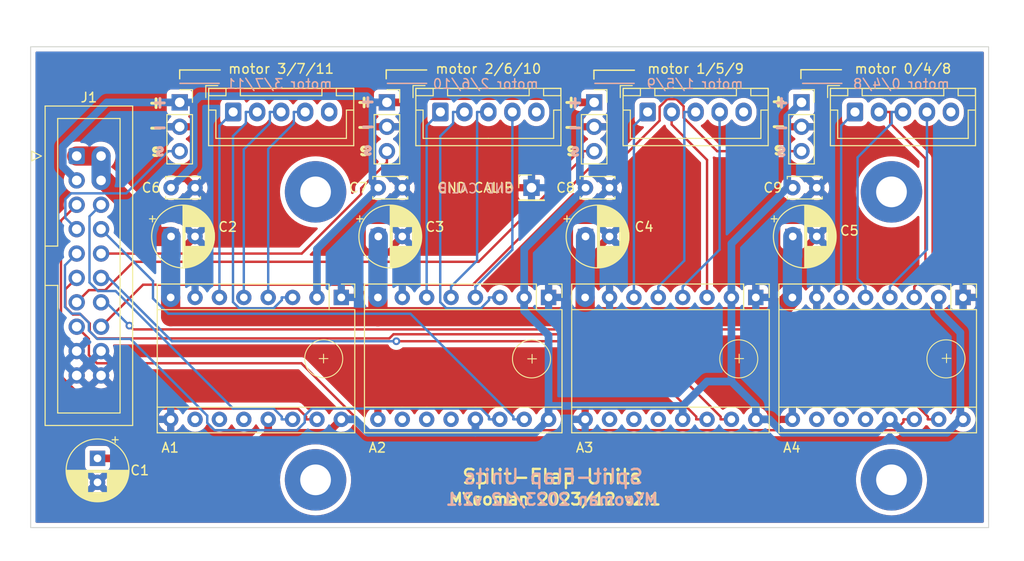
<source format=kicad_pcb>
(kicad_pcb (version 20240108) (generator "pcbnew") (generator_version "8.0")
  (layers (0 "F.Cu" signal) (31 "B.Cu" signal) (34 "B.Paste" user) (35 "F.Paste" user) (36 "B.SilkS" user "B.Silkscreen") (37 "F.SilkS" user "F.Silkscreen") (38 "B.Mask" user) (39 "F.Mask" user) (44 "Edge.Cuts" user))
  (net 0 "")
  (net 1 "GND")
  (net 2 "+3.3V")
  (net 3 "Net-(A1-1B)")
  (net 4 "Net-(A1-1A)")
  (net 5 "Net-(A1-2A)")
  (net 6 "Net-(A1-2B)")
  (net 7 "+9V")
  (net 8 "/en_03")
  (net 12 "/step_00")
  (net 13 "Net-(A2-1B)")
  (net 14 "Net-(A2-1A)")
  (net 15 "Net-(A2-2A)")
  (net 16 "Net-(A2-2B)")
  (net 17 "/en_02")
  (net 21 "/step_01")
  (net 22 "Net-(A3-1B)")
  (net 23 "Net-(A3-1A)")
  (net 24 "Net-(A3-2A)")
  (net 25 "Net-(A3-2B)")
  (net 26 "/en_01")
  (net 30 "/step_02")
  (net 31 "Net-(A4-1B)")
  (net 32 "Net-(A4-1A)")
  (net 33 "Net-(A4-2A)")
  (net 34 "Net-(A4-2B)")
  (net 35 "/en_00")
  (net 39 "/step_03")
  (net 40 "/sens_00")
  (net 41 "/sens_01")
  (net 42 "/sens_02")
  (net 43 "/sens_03")
  (footprint "User:A4988_Stepper_Module" (layer "F.Cu") (at 176.53 104.648 -90)
    (property "Reference" "A4" (at 15.65 17.8333 0) (layer "F.SilkS"))
    (property "Value" "A4988")
    (pad "1" thru_hole rect (at 0 0 270) (size 1.6 1.6) (drill 0.8) (layers "*.Cu" "*.Mask") (net 1 "GND"))
    (pad "2" thru_hole oval (at 0 2.54 270) (size 1.6 1.6) (drill 0.8) (layers "*.Cu" "*.Mask") (net 2 "+3.3V"))
    (pad "3" thru_hole oval (at 0 5.08 270) (size 1.6 1.6) (drill 0.8) (layers "*.Cu" "*.Mask") (net 31 "Net-(A4-1B)"))
    (pad "4" thru_hole oval (at 0 7.62 270) (size 1.6 1.6) (drill 0.8) (layers "*.Cu" "*.Mask") (net 32 "Net-(A4-1A)"))
    (pad "5" thru_hole oval (at 0 10.16 270) (size 1.6 1.6) (drill 0.8) (layers "*.Cu" "*.Mask") (net 33 "Net-(A4-2A)"))
    (pad "6" thru_hole oval (at 0 12.7 270) (size 1.6 1.6) (drill 0.8) (layers "*.Cu" "*.Mask") (net 34 "Net-(A4-2B)"))
    (pad "7" thru_hole oval (at 0 15.24 270) (size 1.6 1.6) (drill 0.8) (layers "*.Cu" "*.Mask") (net 1 "GND"))
    (pad "8" thru_hole oval (at 0 17.78 270) (size 1.6 1.6) (drill 0.8) (layers "*.Cu" "*.Mask") (net 7 "+9V"))
    (pad "9" thru_hole oval (at 12.7 17.78 270) (size 1.6 1.6) (drill 0.8) (layers "*.Cu" "*.Mask") (net 1 "GND"))
    (pad "10" thru_hole oval (at 12.7 15.24 270) (size 1.6 1.6) (drill 0.8) (layers "*.Cu" "*.Mask"))
    (pad "11" thru_hole oval (at 12.7 12.7 270) (size 1.6 1.6) (drill 0.8) (layers "*.Cu" "*.Mask"))
    (pad "12" thru_hole oval (at 12.7 10.16 270) (size 1.6 1.6) (drill 0.8) (layers "*.Cu" "*.Mask"))
    (pad "13" thru_hole oval (at 12.7 7.62 270) (size 1.6 1.6) (drill 0.8) (layers "*.Cu" "*.Mask") (net 2 "+3.3V"))
    (pad "14" thru_hole oval (at 12.7 5.08 270) (size 1.6 1.6) (drill 0.8) (layers "*.Cu" "*.Mask") (net 35 "/en_00"))
    (pad "15" thru_hole oval (at 12.7 2.54 270) (size 1.6 1.6) (drill 0.8) (layers "*.Cu" "*.Mask") (net 12 "/step_00"))
    (pad "16" thru_hole oval (at 12.7 0 270) (size 1.6 1.6) (drill 0.8) (layers "*.Cu" "*.Mask") (net 2 "+3.3V"))
  )
  (footprint "Connector_JST:JST_XH_B5B-XH-A_1x05_P2.50mm_Vertical" (layer "F.Cu") (at 100.49 85.328)
    (property "Reference" "J4" (hide yes))
    (property "Value" "motor 3/7/11" (at 5 -4.5 0) (layer "F.SilkS"))
    (pad "1" thru_hole roundrect (at 0 0) (size 1.7 1.95) (drill 0.95) (layers "*.Cu" "*.Mask") (roundrect_rratio 0.1470588235) (net 6 "Net-(A1-2B)"))
    (pad "2" thru_hole oval (at 2.5 0) (size 1.7 1.95) (drill 0.95) (layers "*.Cu" "*.Mask") (net 3 "Net-(A1-1B)"))
    (pad "3" thru_hole oval (at 5 0) (size 1.7 1.95) (drill 0.95) (layers "*.Cu" "*.Mask") (net 5 "Net-(A1-2A)"))
    (pad "4" thru_hole oval (at 7.5 0) (size 1.7 1.95) (drill 0.95) (layers "*.Cu" "*.Mask") (net 4 "Net-(A1-1A)"))
    (pad "5" thru_hole oval (at 10 0) (size 1.7 1.95) (drill 0.95) (layers "*.Cu" "*.Mask"))
  )
  (footprint "Connector_PinSocket_2.54mm:PinSocket_1x03_P2.54mm_Vertical" (layer "F.Cu") (at 94.92 84.328)
    (property "Reference" "J3" (hide yes))
    (property "Value" "sens3")
    (pad "1" thru_hole rect (at 0 0) (size 1.7 1.7) (drill 1) (layers "*.Cu" "*.Mask") (net 2 "+3.3V"))
    (pad "2" thru_hole oval (at 0 2.54) (size 1.7 1.7) (drill 1) (layers "*.Cu" "*.Mask") (net 1 "GND"))
    (pad "3" thru_hole oval (at 0 5.08) (size 1.7 1.7) (drill 1) (layers "*.Cu" "*.Mask") (net 43 "/sens_03"))
  )
  (footprint "User:A4988_Stepper_Module" (layer "F.Cu") (at 111.76 104.648 -90)
    (property "Reference" "A1" (at 15.65 17.8333 0) (layer "F.SilkS"))
    (property "Value" "A4988")
    (pad "1" thru_hole rect (at 0 0 270) (size 1.6 1.6) (drill 0.8) (layers "*.Cu" "*.Mask") (net 1 "GND"))
    (pad "2" thru_hole oval (at 0 2.54 270) (size 1.6 1.6) (drill 0.8) (layers "*.Cu" "*.Mask") (net 2 "+3.3V"))
    (pad "3" thru_hole oval (at 0 5.08 270) (size 1.6 1.6) (drill 0.8) (layers "*.Cu" "*.Mask") (net 3 "Net-(A1-1B)"))
    (pad "4" thru_hole oval (at 0 7.62 270) (size 1.6 1.6) (drill 0.8) (layers "*.Cu" "*.Mask") (net 4 "Net-(A1-1A)"))
    (pad "5" thru_hole oval (at 0 10.16 270) (size 1.6 1.6) (drill 0.8) (layers "*.Cu" "*.Mask") (net 5 "Net-(A1-2A)"))
    (pad "6" thru_hole oval (at 0 12.7 270) (size 1.6 1.6) (drill 0.8) (layers "*.Cu" "*.Mask") (net 6 "Net-(A1-2B)"))
    (pad "7" thru_hole oval (at 0 15.24 270) (size 1.6 1.6) (drill 0.8) (layers "*.Cu" "*.Mask") (net 1 "GND"))
    (pad "8" thru_hole oval (at 0 17.78 270) (size 1.6 1.6) (drill 0.8) (layers "*.Cu" "*.Mask") (net 7 "+9V"))
    (pad "9" thru_hole oval (at 12.7 17.78 270) (size 1.6 1.6) (drill 0.8) (layers "*.Cu" "*.Mask") (net 1 "GND"))
    (pad "10" thru_hole oval (at 12.7 15.24 270) (size 1.6 1.6) (drill 0.8) (layers "*.Cu" "*.Mask"))
    (pad "11" thru_hole oval (at 12.7 12.7 270) (size 1.6 1.6) (drill 0.8) (layers "*.Cu" "*.Mask"))
    (pad "12" thru_hole oval (at 12.7 10.16 270) (size 1.6 1.6) (drill 0.8) (layers "*.Cu" "*.Mask"))
    (pad "13" thru_hole oval (at 12.7 7.62 270) (size 1.6 1.6) (drill 0.8) (layers "*.Cu" "*.Mask") (net 2 "+3.3V"))
    (pad "14" thru_hole oval (at 12.7 5.08 270) (size 1.6 1.6) (drill 0.8) (layers "*.Cu" "*.Mask") (net 8 "/en_03"))
    (pad "15" thru_hole oval (at 12.7 2.54 270) (size 1.6 1.6) (drill 0.8) (layers "*.Cu" "*.Mask") (net 39 "/step_03"))
    (pad "16" thru_hole oval (at 12.7 0 270) (size 1.6 1.6) (drill 0.8) (layers "*.Cu" "*.Mask") (net 2 "+3.3V"))
  )
  (footprint "Capacitor_THT:C_Disc_D3.4mm_W2.1mm_P2.50mm" (layer "F.Cu") (at 94.02 93.218)
    (property "Reference" "C6" (at -2.072 0 0) (layer "F.SilkS"))
    (property "Value" "100nF" (hide yes))
    (pad "1" thru_hole circle (at 0 0) (size 1.6 1.6) (drill 0.8) (layers "*.Cu" "*.Mask") (net 2 "+3.3V"))
    (pad "2" thru_hole circle (at 2.5 0) (size 1.6 1.6) (drill 0.8) (layers "*.Cu" "*.Mask") (net 1 "GND"))
  )
  (footprint "MountingHole:MountingHole_3.2mm_M3_Pad" (layer "F.Cu") (at 109.075 123.65)
    (property "Reference" "REF3" (hide yes))
    (property "Value" "MountingHole_3.2mm_M3_Pad")
    (pad "1" thru_hole circle (at 0 0) (size 6.4 6.4) (drill 3.2) (layers "*.Cu" "*.Mask"))
  )
  (footprint "Capacitor_THT:CP_Radial_D6.3mm_P2.50mm" (layer "F.Cu") (at 158.79 98.298)
    (property "Reference" "C5" (at 5.9 -0.6 0) (layer "F.SilkS"))
    (property "Value" "100uF")
    (pad "1" thru_hole rect (at 0 0) (size 1.6 1.6) (drill 0.8) (layers "*.Cu" "*.Mask") (net 7 "+9V"))
    (pad "2" thru_hole circle (at 2.5 0) (size 1.6 1.6) (drill 0.8) (layers "*.Cu" "*.Mask") (net 1 "GND"))
  )
  (footprint "Capacitor_THT:CP_Radial_D6.3mm_P2.50mm" (layer "F.Cu") (at 94.02 98.298)
    (property "Reference" "C2" (at 5.9 -1 0) (layer "F.SilkS"))
    (property "Value" "100uF" (hide yes))
    (pad "1" thru_hole rect (at 0 0) (size 1.6 1.6) (drill 0.8) (layers "*.Cu" "*.Mask") (net 7 "+9V"))
    (pad "2" thru_hole circle (at 2.5 0) (size 1.6 1.6) (drill 0.8) (layers "*.Cu" "*.Mask") (net 1 "GND"))
  )
  (footprint "Capacitor_THT:CP_Radial_D6.3mm_P2.50mm" (layer "F.Cu") (at 86.36 121.412 -90)
    (property "Reference" "C1" (at 1.25 -4.4 180) (layer "F.SilkS"))
    (property "Value" "100uF")
    (pad "1" thru_hole rect (at 0 0 270) (size 1.6 1.6) (drill 0.8) (layers "*.Cu" "*.Mask") (net 2 "+3.3V"))
    (pad "2" thru_hole circle (at 2.5 0 270) (size 1.6 1.6) (drill 0.8) (layers "*.Cu" "*.Mask") (net 1 "GND"))
  )
  (footprint "Connector_PinSocket_2.54mm:PinSocket_1x03_P2.54mm_Vertical" (layer "F.Cu") (at 138.1 84.328)
    (property "Reference" "J7" (hide yes))
    (property "Value" "sens1")
    (pad "1" thru_hole rect (at 0 0) (size 1.7 1.7) (drill 1) (layers "*.Cu" "*.Mask") (net 2 "+3.3V"))
    (pad "2" thru_hole oval (at 0 2.54) (size 1.7 1.7) (drill 1) (layers "*.Cu" "*.Mask") (net 1 "GND"))
    (pad "3" thru_hole oval (at 0 5.08) (size 1.7 1.7) (drill 1) (layers "*.Cu" "*.Mask") (net 41 "/sens_01"))
  )
  (footprint "Connector_PinSocket_2.54mm:PinSocket_1x03_P2.54mm_Vertical" (layer "F.Cu") (at 116.51 84.328)
    (property "Reference" "J5" (hide yes))
    (property "Value" "sens2")
    (pad "1" thru_hole rect (at 0 0) (size 1.7 1.7) (drill 1) (layers "*.Cu" "*.Mask") (net 2 "+3.3V"))
    (pad "2" thru_hole oval (at 0 2.54) (size 1.7 1.7) (drill 1) (layers "*.Cu" "*.Mask") (net 1 "GND"))
    (pad "3" thru_hole oval (at 0 5.08) (size 1.7 1.7) (drill 1) (layers "*.Cu" "*.Mask") (net 42 "/sens_02"))
  )
  (footprint "Capacitor_THT:C_Disc_D3.4mm_W2.1mm_P2.50mm" (layer "F.Cu") (at 158.79 93.218)
    (property "Reference" "C9" (at -2.072 0 0) (layer "F.SilkS"))
    (property "Value" "100nF" (hide yes))
    (pad "1" thru_hole circle (at 0 0) (size 1.6 1.6) (drill 0.8) (layers "*.Cu" "*.Mask") (net 2 "+3.3V"))
    (pad "2" thru_hole circle (at 2.5 0) (size 1.6 1.6) (drill 0.8) (layers "*.Cu" "*.Mask") (net 1 "GND"))
  )
  (footprint "Connector_IDC:IDC-Header_2x10_P2.54mm_Vertical" (layer "F.Cu") (at 84.19 89.916)
    (property "Reference" "J1" (at 1.27 -6.1 0) (layer "F.SilkS"))
    (property "Value" "Units 0-3")
    (pad "1" thru_hole roundrect (at 0 0) (size 1.7 1.7) (drill 1) (layers "*.Cu" "*.Mask") (roundrect_rratio 0.1470588235) (net 7 "+9V"))
    (pad "2" thru_hole circle (at 2.54 0) (size 1.7 1.7) (drill 1) (layers "*.Cu" "*.Mask") (net 7 "+9V"))
    (pad "3" thru_hole circle (at 0 2.54) (size 1.7 1.7) (drill 1) (layers "*.Cu" "*.Mask") (net 2 "+3.3V"))
    (pad "4" thru_hole circle (at 2.54 2.54) (size 1.7 1.7) (drill 1) (layers "*.Cu" "*.Mask") (net 7 "+9V"))
    (pad "5" thru_hole circle (at 0 5.08) (size 1.7 1.7) (drill 1) (layers "*.Cu" "*.Mask") (net 39 "/step_03"))
    (pad "6" thru_hole circle (at 2.54 5.08) (size 1.7 1.7) (drill 1) (layers "*.Cu" "*.Mask") (net 8 "/en_03"))
    (pad "7" thru_hole circle (at 0 7.62) (size 1.7 1.7) (drill 1) (layers "*.Cu" "*.Mask") (net 43 "/sens_03"))
    (pad "8" thru_hole circle (at 2.54 7.62) (size 1.7 1.7) (drill 1) (layers "*.Cu" "*.Mask") (net 30 "/step_02"))
    (pad "9" thru_hole circle (at 0 10.16) (size 1.7 1.7) (drill 1) (layers "*.Cu" "*.Mask") (net 17 "/en_02"))
    (pad "10" thru_hole circle (at 2.54 10.16) (size 1.7 1.7) (drill 1) (layers "*.Cu" "*.Mask") (net 42 "/sens_02"))
    (pad "11" thru_hole circle (at 0 12.7) (size 1.7 1.7) (drill 1) (layers "*.Cu" "*.Mask") (net 21 "/step_01"))
    (pad "12" thru_hole circle (at 2.54 12.7) (size 1.7 1.7) (drill 1) (layers "*.Cu" "*.Mask") (net 26 "/en_01"))
    (pad "13" thru_hole circle (at 0 15.24) (size 1.7 1.7) (drill 1) (layers "*.Cu" "*.Mask") (net 41 "/sens_01"))
    (pad "14" thru_hole circle (at 2.54 15.24) (size 1.7 1.7) (drill 1) (layers "*.Cu" "*.Mask") (net 12 "/step_00"))
    (pad "15" thru_hole circle (at 0 17.78) (size 1.7 1.7) (drill 1) (layers "*.Cu" "*.Mask") (net 35 "/en_00"))
    (pad "16" thru_hole circle (at 2.54 17.78) (size 1.7 1.7) (drill 1) (layers "*.Cu" "*.Mask") (net 40 "/sens_00"))
    (pad "17" thru_hole circle (at 0 20.32) (size 1.7 1.7) (drill 1) (layers "*.Cu" "*.Mask") (net 1 "GND"))
    (pad "18" thru_hole circle (at 2.54 20.32) (size 1.7 1.7) (drill 1) (layers "*.Cu" "*.Mask") (net 1 "GND"))
    (pad "19" thru_hole circle (at 0 22.86) (size 1.7 1.7) (drill 1) (layers "*.Cu" "*.Mask") (net 1 "GND"))
    (pad "20" thru_hole circle (at 2.54 22.86) (size 1.7 1.7) (drill 1) (layers "*.Cu" "*.Mask") (net 1 "GND"))
  )
  (footprint "MountingHole:MountingHole_3.2mm_M3_Pad" (layer "F.Cu") (at 169.075 123.65)
    (property "Reference" "REF4" (hide yes))
    (property "Value" "MountingHole_3.2mm_M3_Pad")
    (pad "1" thru_hole circle (at 0 0) (size 6.4 6.4) (drill 3.2) (layers "*.Cu" "*.Mask"))
  )
  (footprint "Capacitor_THT:C_Disc_D3.4mm_W2.1mm_P2.50mm" (layer "F.Cu") (at 137.2 93.218)
    (property "Reference" "C8" (at -2.072 0 0) (layer "F.SilkS"))
    (property "Value" "100nF" (hide yes))
    (pad "1" thru_hole circle (at 0 0) (size 1.6 1.6) (drill 0.8) (layers "*.Cu" "*.Mask") (net 2 "+3.3V"))
    (pad "2" thru_hole circle (at 2.5 0) (size 1.6 1.6) (drill 0.8) (layers "*.Cu" "*.Mask") (net 1 "GND"))
  )
  (footprint "MountingHole:MountingHole_3.2mm_M3_Pad" (layer "F.Cu") (at 169.075 93.65)
    (property "Reference" "REF2" (hide yes))
    (property "Value" "MountingHole_3.2mm_M3_Pad")
    (pad "1" thru_hole circle (at 0 0) (size 6.4 6.4) (drill 3.2) (layers "*.Cu" "*.Mask"))
  )
  (footprint "Capacitor_THT:CP_Radial_D6.3mm_P2.50mm" (layer "F.Cu") (at 115.61 98.298)
    (property "Reference" "C3" (at 5.9 -1 0) (layer "F.SilkS"))
    (property "Value" "100uF")
    (pad "1" thru_hole rect (at 0 0) (size 1.6 1.6) (drill 0.8) (layers "*.Cu" "*.Mask") (net 7 "+9V"))
    (pad "2" thru_hole circle (at 2.5 0) (size 1.6 1.6) (drill 0.8) (layers "*.Cu" "*.Mask") (net 1 "GND"))
  )
  (footprint "User:A4988_Stepper_Module" (layer "F.Cu") (at 133.35 104.648 -90)
    (property "Reference" "A2" (at 15.65 17.8333 0) (layer "F.SilkS"))
    (property "Value" "A4988")
    (pad "1" thru_hole rect (at 0 0 270) (size 1.6 1.6) (drill 0.8) (layers "*.Cu" "*.Mask") (net 1 "GND"))
    (pad "2" thru_hole oval (at 0 2.54 270) (size 1.6 1.6) (drill 0.8) (layers "*.Cu" "*.Mask") (net 2 "+3.3V"))
    (pad "3" thru_hole oval (at 0 5.08 270) (size 1.6 1.6) (drill 0.8) (layers "*.Cu" "*.Mask") (net 13 "Net-(A2-1B)"))
    (pad "4" thru_hole oval (at 0 7.62 270) (size 1.6 1.6) (drill 0.8) (layers "*.Cu" "*.Mask") (net 14 "Net-(A2-1A)"))
    (pad "5" thru_hole oval (at 0 10.16 270) (size 1.6 1.6) (drill 0.8) (layers "*.Cu" "*.Mask") (net 15 "Net-(A2-2A)"))
    (pad "6" thru_hole oval (at 0 12.7 270) (size 1.6 1.6) (drill 0.8) (layers "*.Cu" "*.Mask") (net 16 "Net-(A2-2B)"))
    (pad "7" thru_hole oval (at 0 15.24 270) (size 1.6 1.6) (drill 0.8) (layers "*.Cu" "*.Mask") (net 1 "GND"))
    (pad "8" thru_hole oval (at 0 17.78 270) (size 1.6 1.6) (drill 0.8) (layers "*.Cu" "*.Mask") (net 7 "+9V"))
    (pad "9" thru_hole oval (at 12.7 17.78 270) (size 1.6 1.6) (drill 0.8) (layers "*.Cu" "*.Mask") (net 1 "GND"))
    (pad "10" thru_hole oval (at 12.7 15.24 270) (size 1.6 1.6) (drill 0.8) (layers "*.Cu" "*.Mask"))
    (pad "11" thru_hole oval (at 12.7 12.7 270) (size 1.6 1.6) (drill 0.8) (layers "*.Cu" "*.Mask"))
    (pad "12" thru_hole oval (at 12.7 10.16 270) (size 1.6 1.6) (drill 0.8) (layers "*.Cu" "*.Mask"))
    (pad "13" thru_hole oval (at 12.7 7.62 270) (size 1.6 1.6) (drill 0.8) (layers "*.Cu" "*.Mask") (net 2 "+3.3V"))
    (pad "14" thru_hole oval (at 12.7 5.08 270) (size 1.6 1.6) (drill 0.8) (layers "*.Cu" "*.Mask") (net 17 "/en_02"))
    (pad "15" thru_hole oval (at 12.7 2.54 270) (size 1.6 1.6) (drill 0.8) (layers "*.Cu" "*.Mask") (net 30 "/step_02"))
    (pad "16" thru_hole oval (at 12.7 0 270) (size 1.6 1.6) (drill 0.8) (layers "*.Cu" "*.Mask") (net 2 "+3.3V"))
  )
  (footprint "Capacitor_THT:C_Disc_D3.4mm_W2.1mm_P2.50mm" (layer "F.Cu") (at 115.61 93.218)
    (property "Reference" "C7" (at -2.072 0 0) (layer "F.SilkS"))
    (property "Value" "100nF" (hide yes))
    (pad "1" thru_hole circle (at 0 0) (size 1.6 1.6) (drill 0.8) (layers "*.Cu" "*.Mask") (net 2 "+3.3V"))
    (pad "2" thru_hole circle (at 2.5 0) (size 1.6 1.6) (drill 0.8) (layers "*.Cu" "*.Mask") (net 1 "GND"))
  )
  (footprint "MountingHole:MountingHole_3.2mm_M3_Pad" (layer "F.Cu") (at 109.075 93.65)
    (property "Reference" "REF1" (hide yes))
    (property "Value" "MountingHole_3.2mm_M3_Pad")
    (pad "1" thru_hole circle (at 0 0) (size 6.4 6.4) (drill 3.2) (layers "*.Cu" "*.Mask"))
  )
  (footprint "User:A4988_Stepper_Module" (layer "F.Cu") (at 154.94 104.648 -90)
    (property "Reference" "A3" (at 15.65 17.8333 0) (layer "F.SilkS"))
    (property "Value" "A4988")
    (pad "1" thru_hole rect (at 0 0 270) (size 1.6 1.6) (drill 0.8) (layers "*.Cu" "*.Mask") (net 1 "GND"))
    (pad "2" thru_hole oval (at 0 2.54 270) (size 1.6 1.6) (drill 0.8) (layers "*.Cu" "*.Mask") (net 2 "+3.3V"))
    (pad "3" thru_hole oval (at 0 5.08 270) (size 1.6 1.6) (drill 0.8) (layers "*.Cu" "*.Mask") (net 22 "Net-(A3-1B)"))
    (pad "4" thru_hole oval (at 0 7.62 270) (size 1.6 1.6) (drill 0.8) (layers "*.Cu" "*.Mask") (net 23 "Net-(A3-1A)"))
    (pad "5" thru_hole oval (at 0 10.16 270) (size 1.6 1.6) (drill 0.8) (layers "*.Cu" "*.Mask") (net 24 "Net-(A3-2A)"))
    (pad "6" thru_hole oval (at 0 12.7 270) (size 1.6 1.6) (drill 0.8) (layers "*.Cu" "*.Mask") (net 25 "Net-(A3-2B)"))
    (pad "7" thru_hole oval (at 0 15.24 270) (size 1.6 1.6) (drill 0.8) (layers "*.Cu" "*.Mask") (net 1 "GND"))
    (pad "8" thru_hole oval (at 0 17.78 270) (size 1.6 1.6) (drill 0.8) (layers "*.Cu" "*.Mask") (net 7 "+9V"))
    (pad "9" thru_hole oval (at 12.7 17.78 270) (size 1.6 1.6) (drill 0.8) (layers "*.Cu" "*.Mask") (net 1 "GND"))
    (pad "10" thru_hole oval (at 12.7 15.24 270) (size 1.6 1.6) (drill 0.8) (layers "*.Cu" "*.Mask"))
    (pad "11" thru_hole oval (at 12.7 12.7 270) (size 1.6 1.6) (drill 0.8) (layers "*.Cu" "*.Mask"))
    (pad "12" thru_hole oval (at 12.7 10.16 270) (size 1.6 1.6) (drill 0.8) (layers "*.Cu" "*.Mask"))
    (pad "13" thru_hole oval (at 12.7 7.62 270) (size 1.6 1.6) (drill 0.8) (layers "*.Cu" "*.Mask") (net 2 "+3.3V"))
    (pad "14" thru_hole oval (at 12.7 5.08 270) (size 1.6 1.6) (drill 0.8) (layers "*.Cu" "*.Mask") (net 26 "/en_01"))
    (pad "15" thru_hole oval (at 12.7 2.54 270) (size 1.6 1.6) (drill 0.8) (layers "*.Cu" "*.Mask") (net 21 "/step_01"))
    (pad "16" thru_hole oval (at 12.7 0 270) (size 1.6 1.6) (drill 0.8) (layers "*.Cu" "*.Mask") (net 2 "+3.3V"))
  )
  (footprint "Connector_JST:JST_XH_B5B-XH-A_1x05_P2.50mm_Vertical" (layer "F.Cu") (at 143.67 85.328)
    (property "Reference" "J8" (hide yes))
    (property "Value" "motor 1/5/9" (at 5 -4.5 0) (layer "F.SilkS"))
    (pad "1" thru_hole roundrect (at 0 0) (size 1.7 1.95) (drill 0.95) (layers "*.Cu" "*.Mask") (roundrect_rratio 0.1470588235) (net 25 "Net-(A3-2B)"))
    (pad "2" thru_hole oval (at 2.5 0) (size 1.7 1.95) (drill 0.95) (layers "*.Cu" "*.Mask") (net 22 "Net-(A3-1B)"))
    (pad "3" thru_hole oval (at 5 0) (size 1.7 1.95) (drill 0.95) (layers "*.Cu" "*.Mask") (net 24 "Net-(A3-2A)"))
    (pad "4" thru_hole oval (at 7.5 0) (size 1.7 1.95) (drill 0.95) (layers "*.Cu" "*.Mask") (net 23 "Net-(A3-1A)"))
    (pad "5" thru_hole oval (at 10 0) (size 1.7 1.95) (drill 0.95) (layers "*.Cu" "*.Mask"))
  )
  (footprint "Connector_JST:JST_XH_B5B-XH-A_1x05_P2.50mm_Vertical" (layer "F.Cu") (at 165.27 85.328)
    (property "Reference" "J10" (hide yes))
    (property "Value" "motor 0/4/8" (at 5 -4.5 0) (layer "F.SilkS"))
    (pad "1" thru_hole roundrect (at 0 0) (size 1.7 1.95) (drill 0.95) (layers "*.Cu" "*.Mask") (roundrect_rratio 0.1470588235) (net 34 "Net-(A4-2B)"))
    (pad "2" thru_hole oval (at 2.5 0) (size 1.7 1.95) (drill 0.95) (layers "*.Cu" "*.Mask") (net 31 "Net-(A4-1B)"))
    (pad "3" thru_hole oval (at 5 0) (size 1.7 1.95) (drill 0.95) (layers "*.Cu" "*.Mask") (net 33 "Net-(A4-2A)"))
    (pad "4" thru_hole oval (at 7.5 0) (size 1.7 1.95) (drill 0.95) (layers "*.Cu" "*.Mask") (net 32 "Net-(A4-1A)"))
    (pad "5" thru_hole oval (at 10 0) (size 1.7 1.95) (drill 0.95) (layers "*.Cu" "*.Mask"))
  )
  (footprint "Connector_PinSocket_2.54mm:PinSocket_1x03_P2.54mm_Vertical" (layer "F.Cu") (at 159.7 84.328)
    (property "Reference" "J9" (hide yes))
    (property "Value" "sens0")
    (pad "1" thru_hole rect (at 0 0) (size 1.7 1.7) (drill 1) (layers "*.Cu" "*.Mask") (net 2 "+3.3V"))
    (pad "2" thru_hole oval (at 0 2.54) (size 1.7 1.7) (drill 1) (layers "*.Cu" "*.Mask") (net 1 "GND"))
    (pad "3" thru_hole oval (at 0 5.08) (size 1.7 1.7) (drill 1) (layers "*.Cu" "*.Mask") (net 40 "/sens_00"))
  )
  (footprint "Connector_JST:JST_XH_B5B-XH-A_1x05_P2.50mm_Vertical" (layer "F.Cu") (at 122.08 85.328)
    (property "Reference" "J6" (hide yes))
    (property "Value" "motor 2/6/10" (at 5 -4.5 0) (layer "F.SilkS"))
    (pad "1" thru_hole roundrect (at 0 0) (size 1.7 1.95) (drill 0.95) (layers "*.Cu" "*.Mask") (roundrect_rratio 0.1470588235) (net 16 "Net-(A2-2B)"))
    (pad "2" thru_hole oval (at 2.5 0) (size 1.7 1.95) (drill 0.95) (layers "*.Cu" "*.Mask") (net 13 "Net-(A2-1B)"))
    (pad "3" thru_hole oval (at 5 0) (size 1.7 1.95) (drill 0.95) (layers "*.Cu" "*.Mask") (net 15 "Net-(A2-2A)"))
    (pad "4" thru_hole oval (at 7.5 0) (size 1.7 1.95) (drill 0.95) (layers "*.Cu" "*.Mask") (net 14 "Net-(A2-1A)"))
    (pad "5" thru_hole oval (at 10 0) (size 1.7 1.95) (drill 0.95) (layers "*.Cu" "*.Mask"))
  )
  (footprint "Connector_PinHeader_2.54mm:PinHeader_1x01_P2.54mm_Vertical" (layer "F.Cu") (at 131.572 93.218)
    (property "Reference" "J2" (hide yes))
    (property "Value" "GND CALIB" (at -5.842 0 0) (layer "F.SilkS"))
    (pad "1" thru_hole rect (at 0 0) (size 1.7 1.7) (drill 1) (layers "*.Cu" "*.Mask") (net 1 "GND"))
  )
  (footprint "Capacitor_THT:CP_Radial_D6.3mm_P2.50mm" (layer "F.Cu") (at 137.2 98.298)
    (property "Reference" "C4" (at 6.1 -1 0) (layer "F.SilkS"))
    (property "Value" "100uF")
    (pad "1" thru_hole rect (at 0 0) (size 1.6 1.6) (drill 0.8) (layers "*.Cu" "*.Mask") (net 7 "+9V"))
    (pad "2" thru_hole circle (at 2.5 0) (size 1.6 1.6) (drill 0.8) (layers "*.Cu" "*.Mask") (net 1 "GND"))
  )
  (gr_line (start 120.65 82.3468) (end 116.5606 82.3468) (stroke (width 0.15)) (layer "B.SilkS"))
  (gr_line (start 99.0346 82.3468) (end 94.9452 82.3468) (stroke (width 0.15)) (layer "B.SilkS"))
  (gr_line (start 163.9062 82.3468) (end 159.8168 82.3468) (stroke (width 0.15)) (layer "B.SilkS"))
  (gr_line (start 142.2654 82.3468) (end 138.176 82.3468) (stroke (width 0.15)) (layer "B.SilkS"))
  (gr_line (start 94.9198 80.9498) (end 94.9198 81.8642) (stroke (width 0.15)) (layer "F.SilkS"))
  (gr_line (start 142.2908 80.9752) (end 138.0744 80.9752) (stroke (width 0.15)) (layer "F.SilkS"))
  (gr_circle (center 131.572 111.046197) (end 133.555803 111.046197) (stroke (width 0.1)) (fill none) (layer "F.SilkS"))
  (gr_line (start 99.1362 80.9498) (end 94.9198 80.9498) (stroke (width 0.15)) (layer "F.SilkS"))
  (gr_circle (center 174.752 111.046197) (end 176.735803 111.046197) (stroke (width 0.1)) (fill none) (layer "F.SilkS"))
  (gr_line (start 120.65 80.9498) (end 116.4336 80.9498) (stroke (width 0.15)) (layer "F.SilkS"))
  (gr_circle (center 109.922857 111.0275) (end 111.90666 111.0275) (stroke (width 0.1)) (fill none) (layer "F.SilkS"))
  (gr_line (start 138.0744 80.9752) (end 138.0744 81.8896) (stroke (width 0.15)) (layer "F.SilkS"))
  (gr_line (start 116.4336 80.9498) (end 116.4336 81.8642) (stroke (width 0.15)) (layer "F.SilkS"))
  (gr_line (start 159.639 80.9244) (end 159.639 81.8388) (stroke (width 0.15)) (layer "F.SilkS"))
  (gr_circle (center 153.162 111.046197) (end 155.145803 111.046197) (stroke (width 0.1)) (fill none) (layer "F.SilkS"))
  (gr_line (start 163.8554 80.9244) (end 159.639 80.9244) (stroke (width 0.15)) (layer "F.SilkS"))
  (gr_rect (start 79.394 78.529) (end 179.194 128.628) (stroke (width 0.1)) (fill none) (layer "Edge.Cuts"))
  (gr_text "s" (at 93.542857 89.995 0) (layer "B.SilkS") (effects (font (size 1.2 1.2) (thickness 0.3) (bold yes)) (justify left bottom mirror)))
  (gr_text "s" (at 158.3 90 0) (layer "B.SilkS") (effects (font (size 1.2 1.2) (thickness 0.3) (bold yes)) (justify left bottom mirror)))
  (gr_text "MYeoman 2023/12 v2.1" (at 144.85 126.4 0) (layer "B.SilkS") (effects (font (size 1.2 1.2) (thickness 0.25)) (justify left bottom mirror)))
  (gr_text "s" (at 115.2 89.9 0) (layer "B.SilkS") (effects (font (size 1.2 1.2) (thickness 0.3) (bold yes)) (justify left bottom mirror)))
  (gr_text "s" (at 136.8 90 0) (layer "B.SilkS") (effects (font (size 1.2 1.2) (thickness 0.3) (bold yes)) (justify left bottom mirror)))
  (gr_text "motor 2/6/10" (at 126.8 82.4 0) (layer "B.SilkS") (effects (font (size 1 1)) (justify mirror)))
  (gr_text "GND CALIB" (at 125.8 93.3 0) (layer "B.SilkS") (effects (font (size 1 1)) (justify mirror)))
  (gr_text "+" (at 137.057143 85.005 0) (layer "B.SilkS") (effects (font (size 1.2 1.2) (thickness 0.3) (bold yes)) (justify left bottom mirror)))
  (gr_text "motor 1/5/9" (at 148.6 82.4 0) (layer "B.SilkS") (effects (font (size 1 1)) (justify mirror)))
  (gr_text "+" (at 115.457143 84.905 0) (layer "B.SilkS") (effects (font (size 1.2 1.2) (thickness 0.3) (bold yes)) (justify left bottom mirror)))
  (gr_text "-" (at 115.457143 87.505 0) (layer "B.SilkS") (effects (font (size 1.2 1.2) (thickness 0.3) (bold yes)) (justify left bottom mirror)))
  (gr_text "-" (at 158.557143 87.605 0) (layer "B.SilkS") (effects (font (size 1.2 1.2) (thickness 0.3) (bold yes)) (justify left bottom mirror)))
  (gr_text "+" (at 158.557143 85.005 0) (layer "B.SilkS") (effects (font (size 1.2 1.2) (thickness 0.3) (bold yes)) (justify left bottom mirror)))
  (gr_text "Split-Flap Units" (at 143.339712 124.2 0) (layer "B.SilkS") (effects (font (size 1.5 1.5) (thickness 0.25)) (justify left bottom mirror)))
  (gr_text "-" (at 137.057143 87.605 0) (layer "B.SilkS") (effects (font (size 1.2 1.2) (thickness 0.3) (bold yes)) (justify left bottom mirror)))
  (gr_text "-" (at 93.8 87.6 0) (layer "B.SilkS") (effects (font (size 1.2 1.2) (thickness 0.3) (bold yes)) (justify left bottom mirror)))
  (gr_text "+" (at 93.8 85 0) (layer "B.SilkS") (effects (font (size 1.2 1.2) (thickness 0.3) (bold yes)) (justify left bottom mirror)))
  (gr_text "motor 3/7/11" (at 105.3 82.4 0) (layer "B.SilkS") (effects (font (size 1 1)) (justify mirror)))
  (gr_text "motor 0/4/8" (at 170.1 82.4 0) (layer "B.SilkS") (effects (font (size 1 1)) (justify mirror)))
  (gr_text "+" (at 130.825 111.65 0) (layer "F.SilkS") (effects (font (size 1.2 1.2) (thickness 0.1)) (justify left bottom)))
  (gr_text "s" (at 156.625 89.875 0) (layer "F.SilkS") (effects (font (size 1.2 1.2) (thickness 0.3) (bold yes)) (justify left bottom)))
  (gr_text "s" (at 91.775 90.025 0) (layer "F.SilkS") (effects (font (size 1.2 1.2) (thickness 0.3) (bold yes)) (justify left bottom)))
  (gr_text "s" (at 113.45 89.95 0) (layer "F.SilkS") (effects (font (size 1.2 1.2) (thickness 0.3) (bold yes)) (justify left bottom)))
  (gr_text "+" (at 156.367857 84.88 0) (layer "F.SilkS") (effects (font (size 1.2 1.2) (thickness 0.3) (bold yes)) (justify left bottom)))
  (gr_text "MYeoman 2023/12 v2.1" (at 122.85 126.375 0) (layer "F.SilkS") (effects (font (size 1.2 1.2) (thickness 0.25)) (justify left bottom)))
  (gr_text "Split-Flap Units" (at 124.206 124.206 0) (layer "F.SilkS") (effects (font (size 1.5 1.5) (thickness 0.25)) (justify left bottom)))
  (gr_text "+" (at 152.4 111.625 0) (layer "F.SilkS") (effects (font (size 1.2 1.2) (thickness 0.1)) (justify left bottom)))
  (gr_text "-" (at 134.767857 87.555 0) (layer "F.SilkS") (effects (font (size 1.2 1.2) (thickness 0.3) (bold yes)) (justify left bottom)))
  (gr_text "+" (at 134.767857 84.955 0) (layer "F.SilkS") (effects (font (size 1.2 1.2) (thickness 0.3) (bold yes)) (justify left bottom)))
  (gr_text "-" (at 156.367857 87.48 0) (layer "F.SilkS") (effects (font (size 1.2 1.2) (thickness 0.3) (bold yes)) (justify left bottom)))
  (gr_text "-" (at 113.192857 87.555 0) (layer "F.SilkS") (effects (font (size 1.2 1.2) (thickness 0.3) (bold yes)) (justify left bottom)))
  (gr_text "s" (at 135.025 89.95 0) (layer "F.SilkS") (effects (font (size 1.2 1.2) (thickness 0.3) (bold yes)) (justify left bottom)))
  (gr_text "+" (at 109.1 111.625 0) (layer "F.SilkS") (effects (font (size 1.2 1.2) (thickness 0.1)) (justify left bottom)))
  (gr_text "+" (at 113.192857 84.955 0) (layer "F.SilkS") (effects (font (size 1.2 1.2) (thickness 0.3) (bold yes)) (justify left bottom)))
  (gr_text "+" (at 91.517857 85.03 0) (layer "F.SilkS") (effects (font (size 1.2 1.2) (thickness 0.3) (bold yes)) (justify left bottom)))
  (gr_text "-" (at 91.517857 87.63 0) (layer "F.SilkS") (effects (font (size 1.2 1.2) (thickness 0.3) (bold yes)) (justify left bottom)))
  (gr_text "+" (at 174 111.6 0) (layer "F.SilkS") (effects (font (size 1.2 1.2) (thickness 0.1)) (justify left bottom)))
  (segment (start 135.9973 83.677) (end 136.6483 84.328) (width 0.8) (layer "F.Cu") (net 2))
  (segment (start 86.36 121.412) (end 87.7617 121.412) (width 0.8) (layer "F.Cu") (net 2))
  (segment (start 118.6127 83.677) (end 135.9973 83.677) (width 0.8) (layer "F.Cu") (net 2))
  (segment (start 138.1 84.328) (end 136.6483 84.328) (width 0.8) (layer "F.Cu") (net 2))
  (segment (start 110.3583 118.7497) (end 104.14 118.7497) (width 0.8) (layer "F.Cu") (net 2))
  (segment (start 117.9617 84.328) (end 118.6127 83.677) (width 0.8) (layer "F.Cu") (net 2))
  (segment (start 104.14 117.348) (end 104.14 118.7497) (width 0.8) (layer "F.Cu") (net 2))
  (segment (start 116.51 84.328) (end 117.9617 84.328) (width 0.8) (layer "F.Cu") (net 2))
  (segment (start 104.14 118.7497) (end 101.4777 121.412) (width 0.8) (layer "F.Cu") (net 2))
  (segment (start 101.4777 121.412) (end 87.7617 121.412) (width 0.8) (layer "F.Cu") (net 2))
  (segment (start 111.76 117.348) (end 110.3583 118.7497) (width 0.8) (layer "F.Cu") (net 2))
  (segment (start 82.7347 88.941) (end 87.3477 84.328) (width 0.8) (layer "B.Cu") (net 2))
  (segment (start 176.2501 117.348) (end 176.53 117.348) (width 0.8) (layer "B.Cu") (net 2))
  (segment (start 130.81 104.648) (end 130.81 106.0497) (width 0.8) (layer "B.Cu") (net 2))
  (segment (start 116.51 84.328) (end 115.3092 84.328) (width 0.8) (layer "B.Cu") (net 2))
  (segment (start 133.35 115.9463) (end 133.35 108.5897) (width 0.8) (layer "B.Cu") (net 2))
  (segment (start 133.35 108.5897) (end 130.81 106.0497) (width 0.8) (layer "B.Cu") (net 2))
  (segment (start 115.0598 84.328) (end 115.0583 84.328) (width 0.8) (layer "B.Cu") (net 2))
  (segment (start 176.2501 117.348) (end 176.2501 108.3098) (width 0.8) (layer "B.Cu") (net 2))
  (segment (start 115.61 93.218) (end 109.22 99.608) (width 0.8) (layer "B.Cu") (net 2))
  (segment (start 136.6094 85.8186) (end 138.1 84.328) (width 0.8) (layer "B.Cu") (net 2))
  (segment (start 157.7455 118.7518) (end 167.5062 118.7518) (width 0.8) (layer "B.Cu") (net 2))
  (segment (start 94.02 93.218) (end 96.3717 90.8663) (width 0.8) (layer "B.Cu") (net 2))
  (segment (start 136.6094 92.6274) (end 136.6094 85.8186) (width 0.8) (layer "B.Cu") (net 2))
  (segment (start 115.0598 84.328) (end 115.0032 84.3846) (width 0.8) (layer "B.Cu") (net 2))
  (segment (start 115.0032 84.3846) (end 115.0032 92.6112) (width 0.8) (layer "B.Cu") (net 2))
  (segment (start 158.2191 85.8089) (end 159.7 84.328) (width 0.8) (layer "B.Cu") (net 2))
  (segment (start 133.35 117.348) (end 133.35 115.9463) (width 0.8) (layer "B.Cu") (net 2))
  (segment (start 152.4 113.4063) (end 154.94 115.9463) (width 0.8) (layer "B.Cu") (net 2))
  (segment (start 152.4 113.4063) (end 149.86 113.4063) (width 0.8) (layer "B.Cu") (net 2))
  (segment (start 96.3717 90.8663) (end 96.3717 84.328) (width 0.8) (layer "B.Cu") (net 2))
  (segment (start 96.3717 84.328) (end 97.0227 83.677) (width 0.8) (layer "B.Cu") (net 2))
  (segment (start 84.19 92.456) (end 82.7347 91.0007) (width 0.8) (layer "B.Cu") (net 2))
  (segment (start 82.7347 91.0007) (end 82.7347 88.941) (width 0.8) (layer "B.Cu") (net 2))
  (segment (start 147.32 115.9463) (end 133.35 115.9463) (width 0.8) (layer "B.Cu") (net 2))
  (segment (start 158.2191 93.218) (end 158.79 93.218) (width 0.8) (layer "B.Cu") (net 2))
  (segment (start 125.73 118.7497) (end 131.9483 118.7497) (width 0.8) (layer "B.Cu") (net 2))
  (segment (start 158.2191 93.218) (end 158.2191 85.8089) (width 0.8) (layer "B.Cu") (net 2))
  (segment (start 154.94 117.348) (end 154.94 115.9463) (width 0.8) (layer "B.Cu") (net 2))
  (segment (start 154.94 117.348) (end 156.3417 117.348) (width 0.8) (layer "B.Cu") (net 2))
  (segment (start 152.4 104.648) (end 152.4 99.0371) (width 0.8) (layer "B.Cu") (net 2))
  (segment (start 149.86 113.4063) (end 147.32 115.9463) (width 0.8) (layer "B.Cu") (net 2))
  (segment (start 152.4 104.648) (end 152.4 113.4063) (width 0.8) (layer "B.Cu") (net 2))
  (segment (start 152.4 99.0371) (end 158.2191 93.218) (width 0.8) (layer "B.Cu") (net 2))
  (segment (start 173.99 104.648) (end 173.99 106.0497) (width 0.8) (layer "B.Cu") (net 2))
  (segment (start 137.2 93.218) (end 136.6094 92.6274) (width 0.8) (layer "B.Cu") (net 2))
  (segment (start 176.2501 108.3098) (end 173.99 106.0497) (width 0.8) (layer "B.Cu") (net 2))
  (segment (start 147.32 117.348) (end 147.32 115.9463) (width 0.8) (layer "B.Cu") (net 2))
  (segment (start 167.5062 118.7518) (end 168.91 117.348) (width 0.8) (layer "B.Cu") (net 2))
  (segment (start 168.91 117.348) (end 170.3153 118.7533) (width 0.8) (layer "B.Cu") (net 2))
  (segment (start 97.0227 83.677) (end 114.4073 83.677) (width 0.8) (layer "B.Cu") (net 2))
  (segment (start 131.9483 118.7497) (end 133.35 117.348) (width 0.8) (layer "B.Cu") (net 2))
  (segment (start 115.0032 92.6112) (end 115.61 93.218) (width 0.8) (layer "B.Cu") (net 2))
  (segment (start 156.3417 117.348) (end 157.7455 118.7518) (width 0.8) (layer "B.Cu") (net 2))
  (segment (start 109.22 99.608) (end 109.22 104.648) (width 0.8) (layer "B.Cu") (net 2))
  (segment (start 87.3477 84.328) (end 94.92 84.328) (width 0.8) (layer "B.Cu") (net 2))
  (segment (start 114.4073 83.677) (end 115.0583 84.328) (width 0.8) (layer "B.Cu") (net 2))
  (segment (start 125.73 117.348) (end 125.73 118.7497) (width 0.8) (layer "B.Cu") (net 2))
  (segment (start 113.1617 117.348) (end 114.5634 118.7497) (width 0.8) (layer "B.Cu") (net 2))
  (segment (start 174.8448 118.7533) (end 176.2501 117.348) (width 0.8) (layer "B.Cu") (net 2))
  (segment (start 137.2 93.218) (end 130.81 99.608) (width 0.8) (layer "B.Cu") (net 2))
  (segment (start 94.92 84.328) (end 96.3717 84.328) (width 0.8) (layer "B.Cu") (net 2))
  (segment (start 114.5634 118.7497) (end 125.73 118.7497) (width 0.8) (layer "B.Cu") (net 2))
  (segment (start 111.76 117.348) (end 113.1617 117.348) (width 0.8) (layer "B.Cu") (net 2))
  (segment (start 130.81 99.608) (end 130.81 104.648) (width 0.8) (layer "B.Cu") (net 2))
  (segment (start 115.3092 84.328) (end 115.0598 84.328) (width 0.8) (layer "B.Cu") (net 2))
  (segment (start 170.3153 118.7533) (end 174.8448 118.7533) (width 0.8) (layer "B.Cu") (net 2))
  (segment (start 100.4732 105.1313) (end 101.1166 105.7747) (width 0.25) (layer "B.Cu") (net 3))
  (segment (start 101.1166 105.7747) (end 104.7084 105.7747) (width 0.25) (layer "B.Cu") (net 3))
  (segment (start 102.99 85.328) (end 101.8133 85.328) (width 0.25) (layer "B.Cu") (net 3))
  (segment (start 101.8133 86.5047) (end 100.4732 87.8448) (width 0.25) (layer "B.Cu") (net 3))
  (segment (start 101.8133 85.328) (end 101.8133 86.5047) (width 0.25) (layer "B.Cu") (net 3))
  (segment (start 105.5533 104.9298) (end 105.5533 104.648) (width 0.25) (layer "B.Cu") (net 3))
  (segment (start 106.68 104.648) (end 105.5533 104.648) (width 0.25) (layer "B.Cu") (net 3))
  (segment (start 100.4732 87.8448) (end 100.4732 105.1313) (width 0.25) (layer "B.Cu") (net 3))
  (segment (start 104.7084 105.7747) (end 105.5533 104.9298) (width 0.25) (layer "B.Cu") (net 3))
  (segment (start 106.8133 86.5047) (end 104.14 89.178) (width 0.25) (layer "B.Cu") (net 4))
  (segment (start 106.8133 85.328) (end 106.8133 86.5047) (width 0.25) (layer "B.Cu") (net 4))
  (segment (start 107.99 85.328) (end 106.8133 85.328) (width 0.25) (layer "B.Cu") (net 4))
  (segment (start 104.14 89.178) (end 104.14 104.648) (width 0.25) (layer "B.Cu") (net 4))
  (segment (start 105.49 85.328) (end 104.3133 85.328) (width 0.25) (layer "B.Cu") (net 5))
  (segment (start 104.3133 85.328) (end 104.3133 86.5047) (width 0.25) (layer "B.Cu") (net 5))
  (segment (start 104.3133 86.5047) (end 101.6 89.218) (width 0.25) (layer "B.Cu") (net 5))
  (segment (start 101.6 89.218) (end 101.6 104.648) (width 0.25) (layer "B.Cu") (net 5))
  (segment (start 100.49 85.328) (end 99.06 86.758) (width 0.25) (layer "B.Cu") (net 6))
  (segment (start 99.06 86.758) (end 99.06 104.648) (width 0.25) (layer "B.Cu") (net 6))
  (segment (start 115.57 106.6497) (end 137.16 106.6497) (width 2) (layer "F.Cu") (net 7))
  (segment (start 86.73 92.456) (end 87.092 92.456) (width 2) (layer "F.Cu") (net 7))
  (segment (start 93.98 104.648) (end 93.98 106.6497) (width 2) (layer "F.Cu") (net 7))
  (segment (start 87.092 92.456) (end 92.0183 97.3823) (width 2) (layer "F.Cu") (net 7))
  (segment (start 137.16 104.648) (end 137.16 106.6497) (width 2) (layer "F.Cu") (net 7))
  (segment (start 94.02 98.298) (end 92.0183 98.298) (width 2) (layer "F.Cu") (net 7))
  (segment (start 86.73 89.916) (end 84.19 89.916) (width 2) (layer "F.Cu") (net 7))
  (segment (start 115.57 104.648) (end 115.57 106.6497) (width 2) (layer "F.Cu") (net 7))
  (segment (start 115.57 106.6497) (end 93.98 106.6497) (width 2) (layer "F.Cu") (net 7))
  (segment (start 156.7483 106.6497) (end 158.75 104.648) (width 2) (layer "F.Cu") (net 7))
  (segment (start 92.0183 97.3823) (end 92.0183 98.298) (width 2) (layer "F.Cu") (net 7))
  (segment (start 137.16 106.6497) (end 156.7483 106.6497) (width 2) (layer "F.Cu") (net 7))
  (segment (start 115.61 98.298) (end 115.61 100.2997) (width 2) (layer "B.Cu") (net 7))
  (segment (start 158.75 100.3397) (end 158.75 104.648) (width 2) (layer "B.Cu") (net 7))
  (segment (start 94.02 100.2997) (end 93.98 100.3397) (width 2) (layer "B.Cu") (net 7))
  (segment (start 94.02 98.298) (end 94.02 100.2997) (width 2) (layer "B.Cu") (net 7))
  (segment (start 158.79 98.298) (end 158.79 100.2997) (width 2) (layer "B.Cu") (net 7))
  (segment (start 115.57 100.3397) (end 115.57 104.648) (width 2) (layer "B.Cu") (net 7))
  (segment (start 158.79 100.2997) (end 158.75 100.3397) (width 2) (layer "B.Cu") (net 7))
  (segment (start 137.16 100.3397) (end 137.2 100.2997) (width 2) (layer "B.Cu") (net 7))
  (segment (start 137.16 104.648) (end 137.16 100.3397) (width 2) (layer "B.Cu") (net 7))
  (segment (start 137.2 98.298) (end 137.2 100.2997) (width 2) (layer "B.Cu") (net 7))
  (segment (start 86.73 92.456) (end 86.73 89.916) (width 2) (layer "B.Cu") (net 7))
  (segment (start 93.98 100.3397) (end 93.98 104.648) (width 2) (layer "B.Cu") (net 7))
  (segment (start 115.61 100.2997) (end 115.57 100.3397) (width 2) (layer "B.Cu") (net 7))
  (segment (start 86.414 103.9793) (end 88.2458 103.9793) (width 0.25) (layer "B.Cu") (net 8))
  (segment (start 88.2458 103.9793) (end 100.4878 116.2213) (width 0.25) (layer "B.Cu") (net 8))
  (segment (start 104.7084 116.2213) (end 105.5533 117.0662) (width 0.25) (layer "B.Cu") (net 8))
  (segment (start 85.5253 103.0906) (end 86.414 103.9793) (width 0.25) (layer "B.Cu") (net 8))
  (segment (start 106.68 117.348) (end 105.5533 117.348) (width 0.25) (layer "B.Cu") (net 8))
  (segment (start 100.4878 116.2213) (end 104.7084 116.2213) (width 0.25) (layer "B.Cu") (net 8))
  (segment (start 86.73 94.996) (end 85.5253 96.2007) (width 0.25) (layer "B.Cu") (net 8))
  (segment (start 105.5533 117.0662) (end 105.5533 117.348) (width 0.25) (layer "B.Cu") (net 8))
  (segment (start 85.5253 96.2007) (end 85.5253 103.0906) (width 0.25) (layer "B.Cu") (net 8))
  (segment (start 90.0728 107.9764) (end 89.6826 107.5862) (width 0.25) (layer "F.Cu") (net 12))
  (segment (start 173.99 117.348) (end 172.8633 117.348) (width 0.25) (layer "F.Cu") (net 12))
  (segment (start 163.7734 107.9764) (end 90.0728 107.9764) (width 0.25) (layer "F.Cu") (net 12))
  (segment (start 172.8633 117.0663) (end 163.7734 107.9764) (width 0.25) (layer "F.Cu") (net 12))
  (segment (start 172.8633 117.348) (end 172.8633 117.0663) (width 0.25) (layer "F.Cu") (net 12))
  (via (at 89.6826 107.5862) (size 0.8) (drill 0.4) (layers "F.Cu" "B.Cu") (net 12))
  (segment (start 86.73 105.156) (end 87.2524 105.156) (width 0.25) (layer "B.Cu") (net 12))
  (segment (start 87.2524 105.156) (end 89.6826 107.5862) (width 0.25) (layer "B.Cu") (net 12))
  (segment (start 122.6957 105.7747) (end 126.2984 105.7747) (width 0.25) (layer "B.Cu") (net 13))
  (segment (start 123.4033 85.328) (end 123.4033 86.5047) (width 0.25) (layer "B.Cu") (net 13))
  (segment (start 124.58 85.328) (end 123.4033 85.328) (width 0.25) (layer "B.Cu") (net 13))
  (segment (start 127.1433 104.9298) (end 127.1433 104.648) (width 0.25) (layer "B.Cu") (net 13))
  (segment (start 128.27 104.648) (end 127.1433 104.648) (width 0.25) (layer "B.Cu") (net 13))
  (segment (start 126.2984 105.7747) (end 127.1433 104.9298) (width 0.25) (layer "B.Cu") (net 13))
  (segment (start 122.0627 105.1417) (end 122.6957 105.7747) (width 0.25) (layer "B.Cu") (net 13))
  (segment (start 123.4033 86.5047) (end 122.0627 87.8453) (width 0.25) (layer "B.Cu") (net 13))
  (segment (start 122.0627 87.8453) (end 122.0627 105.1417) (width 0.25) (layer "B.Cu") (net 13))
  (segment (start 129.58 85.328) (end 129.58 99.6713) (width 0.25) (layer "B.Cu") (net 14))
  (segment (start 129.58 99.6713) (end 125.73 103.5213) (width 0.25) (layer "B.Cu") (net 14))
  (segment (start 125.73 104.648) (end 125.73 103.5213) (width 0.25) (layer "B.Cu") (net 14))
  (segment (start 125.9033 100.808) (end 123.19 103.5213) (width 0.25) (layer "B.Cu") (net 15))
  (segment (start 123.19 104.648) (end 123.19 103.5213) (width 0.25) (layer "B.Cu") (net 15))
  (segment (start 127.08 85.328) (end 125.9033 85.328) (width 0.25) (layer "B.Cu") (net 15))
  (segment (start 125.9033 85.328) (end 125.9033 100.808) (width 0.25) (layer "B.Cu") (net 15))
  (segment (start 122.08 85.328) (end 120.65 86.758) (width 0.25) (layer "B.Cu") (net 16))
  (segment (start 120.65 86.758) (end 120.65 104.648) (width 0.25) (layer "B.Cu") (net 16))
  (segment (start 107.1499 118.4757) (end 107.95 117.6756) (width 0.25) (layer "B.Cu") (net 17))
  (segment (start 108.6779 116.2213) (end 126.2984 116.2213) (width 0.25) (layer "B.Cu") (net 17))
  (segment (start 84.19 100.076) (end 82.9659 101.3001) (width 0.25) (layer "B.Cu") (net 17))
  (segment (start 128.27 117.348) (end 127.1433 117.348) (width 0.25) (layer "B.Cu") (net 17))
  (segment (start 84.5056 106.3327) (end 85.46 107.2871) (width 0.25) (layer "B.Cu") (net 17))
  (segment (start 98.5484 118.4757) (end 107.1499 118.4757) (width 0.25) (layer "B.Cu") (net 17))
  (segment (start 107.95 117.6756) (end 107.95 116.9492) (width 0.25) (layer "B.Cu") (net 17))
  (segment (start 82.9659 105.638) (end 83.6606 106.3327) (width 0.25) (layer "B.Cu") (net 17))
  (segment (start 89.7946 108.966) (end 97.79 116.9614) (width 0.25) (layer "B.Cu") (net 17))
  (segment (start 107.95 116.9492) (end 108.6779 116.2213) (width 0.25) (layer "B.Cu") (net 17))
  (segment (start 97.79 116.9614) (end 97.79 117.7173) (width 0.25) (layer "B.Cu") (net 17))
  (segment (start 82.9659 101.3001) (end 82.9659 105.638) (width 0.25) (layer "B.Cu") (net 17))
  (segment (start 85.46 108.0908) (end 86.3352 108.966) (width 0.25) (layer "B.Cu") (net 17))
  (segment (start 127.1433 117.0662) (end 127.1433 117.348) (width 0.25) (layer "B.Cu") (net 17))
  (segment (start 97.79 117.7173) (end 98.5484 118.4757) (width 0.25) (layer "B.Cu") (net 17))
  (segment (start 86.3352 108.966) (end 89.7946 108.966) (width 0.25) (layer "B.Cu") (net 17))
  (segment (start 126.2984 116.2213) (end 127.1433 117.0662) (width 0.25) (layer "B.Cu") (net 17))
  (segment (start 83.6606 106.3327) (end 84.5056 106.3327) (width 0.25) (layer "B.Cu") (net 17))
  (segment (start 85.46 107.2871) (end 85.46 108.0908) (width 0.25) (layer "B.Cu") (net 17))
  (segment (start 117.1908 108.4844) (end 116.7601 108.9151) (width 0.25) (layer "F.Cu") (net 21))
  (segment (start 84.6209 106.426) (end 83.7959 106.426) (width 0.25) (layer "F.Cu") (net 21))
  (segment (start 83.7959 106.426) (end 83.0133 105.6434) (width 0.25) (layer "F.Cu") (net 21))
  (segment (start 116.7601 108.9151) (end 86.2763 108.9151) (width 0.25) (layer "F.Cu") (net 21))
  (segment (start 151.2733 117.348) (end 151.2733 117.0663) (width 0.25) (layer "F.Cu") (net 21))
  (segment (start 142.6914 108.4844) (end 117.1908 108.4844) (width 0.25) (layer "F.Cu") (net 21))
  (segment (start 152.4 117.348) (end 151.2733 117.348) (width 0.25) (layer "F.Cu") (net 21))
  (segment (start 83.0133 105.6434) (end 83.0133 103.7927) (width 0.25) (layer "F.Cu") (net 21))
  (segment (start 86.2763 108.9151) (end 85.5533 108.1921) (width 0.25) (layer "F.Cu") (net 21))
  (segment (start 151.2733 117.0663) (end 142.6914 108.4844) (width 0.25) (layer "F.Cu") (net 21))
  (segment (start 83.0133 103.7927) (end 84.19 102.616) (width 0.25) (layer "F.Cu") (net 21))
  (segment (start 85.5533 107.3584) (end 84.6209 106.426) (width 0.25) (layer "F.Cu") (net 21))
  (segment (start 85.5533 108.1921) (end 85.5533 107.3584) (width 0.25) (layer "F.Cu") (net 21))
  (segment (start 149.86 90.3197) (end 149.86 104.648) (width 0.25) (layer "F.Cu") (net 22))
  (segment (start 146.17 86.6297) (end 149.86 90.3197) (width 0.25) (layer "F.Cu") (net 22))
  (segment (start 146.17 85.328) (end 146.17 86.6297) (width 0.25) (layer "F.Cu") (net 22))
  (segment (start 151.17 99.6713) (end 147.32 103.5213) (width 0.25) (layer "B.Cu") (net 23))
  (segment (start 147.32 104.648) (end 147.32 103.5213) (width 0.25) (layer "B.Cu") (net 23))
  (segment (start 151.17 85.328) (end 151.17 99.6713) (width 0.25) (layer "B.Cu") (net 23))
  (segment (start 147.4933 100.808) (end 144.78 103.5213) (width 0.25) (layer "B.Cu") (net 24))
  (segment (start 148.67 85.328) (end 147.4933 85.328) (width 0.25) (layer "B.Cu") (net 24))
  (segment (start 147.4933 85.328) (end 147.4933 100.808) (width 0.25) (layer "B.Cu") (net 24))
  (segment (start 144.78 104.648) (end 144.78 103.5213) (width 0.25) (layer "B.Cu") (net 24))
  (segment (start 143.67 85.328) (end 142.24 86.758) (width 0.25) (layer "B.Cu") (net 25))
  (segment (start 142.24 86.758) (end 142.24 104.648) (width 0.25) (layer "B.Cu") (net 25))
  (segment (start 117.4917 109.2111) (end 140.8781 109.2111) (width 0.25) (layer "F.Cu") (net 26))
  (segment (start 149.86 117.348) (end 148.7333 117.348) (width 0.25) (layer "F.Cu") (net 26))
  (segment (start 148.7333 117.0663) (end 148.7333 117.348) (width 0.25) (layer "F.Cu") (net 26))
  (segment (start 140.8781 109.2111) (end 148.7333 117.0663) (width 0.25) (layer "F.Cu") (net 26))
  (via (at 117.4917 109.2111) (size 0.8) (drill 0.4) (layers "F.Cu" "B.Cu") (net 26))
  (segment (start 86.73 102.616) (end 87.5234 102.616) (width 0.25) (layer "B.Cu") (net 26))
  (segment (start 87.5234 102.616) (end 94.1185 109.2111) (width 0.25) (layer "B.Cu") (net 26))
  (segment (start 94.1185 109.2111) (end 117.4917 109.2111) (width 0.25) (layer "B.Cu") (net 26))
  (segment (start 130.81 117.348) (end 129.6833 117.348) (width 0.25) (layer "B.Cu") (net 30))
  (segment (start 93.7326 106.3449) (end 92.139 104.7513) (width 0.25) (layer "B.Cu") (net 30))
  (segment (start 92.139 102.945) (end 86.73 97.536) (width 0.25) (layer "B.Cu") (net 30))
  (segment (start 118.9619 106.3449) (end 93.7326 106.3449) (width 0.25) (layer "B.Cu") (net 30))
  (segment (start 92.139 104.7513) (end 92.139 102.945) (width 0.25) (layer "B.Cu") (net 30))
  (segment (start 129.6833 117.0663) (end 118.9619 106.3449) (width 0.25) (layer "B.Cu") (net 30))
  (segment (start 129.6833 117.348) (end 129.6833 117.0663) (width 0.25) (layer "B.Cu") (net 30))
  (segment (start 172.6105 102.3608) (end 171.45 103.5213) (width 0.25) (layer "F.Cu") (net 31))
  (segment (start 168.9467 86.5047) (end 172.6105 90.1685) (width 0.25) (layer "F.Cu") (net 31))
  (segment (start 171.45 104.648) (end 171.45 103.5213) (width 0.25) (layer "F.Cu") (net 31))
  (segment (start 167.77 85.328) (end 168.9467 85.328) (width 0.25) (layer "F.Cu") (net 31))
  (segment (start 172.6105 90.1685) (end 172.6105 102.3608) (width 0.25) (layer "F.Cu") (net 31))
  (segment (start 168.9467 85.328) (end 168.9467 86.5047) (width 0.25) (layer "F.Cu") (net 31))
  (segment (start 168.91 104.648) (end 168.91 103.5213) (width 0.25) (layer "B.Cu") (net 32))
  (segment (start 172.77 99.6613) (end 168.91 103.5213) (width 0.25) (layer "B.Cu") (net 32))
  (segment (start 172.77 85.328) (end 172.77 99.6613) (width 0.25) (layer "B.Cu") (net 32))
  (segment (start 169.0933 85.328) (end 169.0933 86.5047) (width 0.25) (layer "B.Cu") (net 33))
  (segment (start 170.27 85.328) (end 169.0933 85.328) (width 0.25) (layer "B.Cu") (net 33))
  (segment (start 165.5411 102.6924) (end 166.37 103.5213) (width 0.25) (layer "B.Cu") (net 33))
  (segment (start 169.0933 86.5047) (end 165.5411 90.0569) (width 0.25) (layer "B.Cu") (net 33))
  (segment (start 166.37 104.648) (end 166.37 103.5213) (width 0.25) (layer "B.Cu") (net 33))
  (segment (start 165.5411 90.0569) (end 165.5411 102.6924) (width 0.25) (layer "B.Cu") (net 33))
  (segment (start 163.83 86.768) (end 163.83 104.648) (width 0.25) (layer "B.Cu") (net 34))
  (segment (start 165.27 85.328) (end 163.83 86.768) (width 0.25) (layer "B.Cu") (net 34))
  (segment (start 169.4784 118.4747) (end 170.3233 117.6298) (width 0.25) (layer "F.Cu") (net 35))
  (segment (start 85.46 110.6668) (end 86.2992 111.506) (width 0.25) (layer "F.Cu") (net 35))
  (segment (start 170.3233 117.6298) (end 170.3233 117.348) (width 0.25) (layer "F.Cu") (net 35))
  (segment (start 86.2992 111.506) (end 107.5971 111.506) (width 0.25) (layer "F.Cu") (net 35))
  (segment (start 84.19 107.696) (end 85.46 108.966) (width 0.25) (layer "F.Cu") (net 35))
  (segment (start 107.5971 111.506) (end 114.5658 118.4747) (width 0.25) (layer "F.Cu") (net 35))
  (segment (start 114.5658 118.4747) (end 169.4784 118.4747) (width 0.25) (layer "F.Cu") (net 35))
  (segment (start 171.45 117.348) (end 170.3233 117.348) (width 0.25) (layer "F.Cu") (net 35))
  (segment (start 85.46 108.966) (end 85.46 110.6668) (width 0.25) (layer "F.Cu") (net 35))
  (segment (start 85.9379 116.2213) (end 107.2484 116.2213) (width 0.25) (layer "F.Cu") (net 39))
  (segment (start 82.5534 96.6326) (end 82.5534 112.8368) (width 0.25) (layer "F.Cu") (net 39))
  (segment (start 109.22 117.348) (end 108.0933 117.348) (width 0.25) (layer "F.Cu") (net 39))
  (segment (start 84.19 94.996) (end 82.5534 96.6326) (width 0.25) (layer "F.Cu") (net 39))
  (segment (start 108.0933 117.0662) (end 108.0933 117.348) (width 0.25) (layer "F.Cu") (net 39))
  (segment (start 82.5534 112.8368) (end 85.9379 116.2213) (width 0.25) (layer "F.Cu") (net 39))
  (segment (start 107.2484 116.2213) (end 108.0933 117.0662) (width 0.25) (layer "F.Cu") (net 39))
  (segment (start 86.73 107.696) (end 91.1047 103.3213) (width 0.25) (layer "F.Cu") (net 40))
  (segment (start 91.1047 103.3213) (end 125.4553 103.3213) (width 0.25) (layer "F.Cu") (net 40))
  (segment (start 144.9205 84.7783) (end 145.7122 83.9866) (width 0.25) (layer "F.Cu") (net 40))
  (segment (start 137.6821 91.0945) (end 140.0507 91.0945) (width 0.25) (layer "F.Cu") (net 40))
  (segment (start 125.4553 103.3213) (end 137.6821 91.0945) (width 0.25) (layer "F.Cu") (net 40))
  (segment (start 150.9087 89.408) (end 159.7 89.408) (width 0.25) (layer "F.Cu") (net 40))
  (segment (start 145.7122 83.9866) (end 146.6688 83.9866) (width 0.25) (layer "F.Cu") (net 40))
  (segment (start 146.6688 83.9866) (end 147.42 84.7378) (width 0.25) (layer "F.Cu") (net 40))
  (segment (start 147.42 85.9193) (end 150.9087 89.408) (width 0.25) (layer "F.Cu") (net 40))
  (segment (start 147.42 84.7378) (end 147.42 85.9193) (width 0.25) (layer "F.Cu") (net 40))
  (segment (start 144.9205 86.2247) (end 144.9205 84.7783) (width 0.25) (layer "F.Cu") (net 40))
  (segment (start 140.0507 91.0945) (end 144.9205 86.2247) (width 0.25) (layer "F.Cu") (net 40))
  (segment (start 136.9233 90.0699) (end 136.9233 89.408) (width 0.25) (layer "F.Cu") (net 41))
  (segment (start 85.46 103.886) (end 87.1608 103.886) (width 0.25) (layer "F.Cu") (net 41))
  (segment (start 87.1608 103.886) (end 90.1131 100.9337) (width 0.25) (layer "F.Cu") (net 41))
  (segment (start 84.19 105.156) (end 85.46 103.886) (width 0.25) (layer "F.Cu") (net 41))
  (segment (start 90.1131 100.9337) (end 126.0595 100.9337) (width 0.25) (layer "F.Cu") (net 41))
  (segment (start 126.0595 100.9337) (end 136.9233 90.0699) (width 0.25) (layer "F.Cu") (net 41))
  (segment (start 138.1 89.408) (end 136.9233 89.408) (width 0.25) (layer "F.Cu") (net 41))
  (segment (start 107.6366 100.076) (end 113.8252 93.8874) (width 0.25) (layer "F.Cu") (net 42))
  (segment (start 86.73 100.076) (end 107.6366 100.076) (width 0.25) (layer "F.Cu") (net 42))
  (segment (start 113.8252 93.2695) (end 116.51 90.5847) (width 0.25) (layer "F.Cu") (net 42))
  (segment (start 113.8252 93.8874) (end 113.8252 93.2695) (width 0.25) (layer "F.Cu") (net 42))
  (segment (start 116.51 89.408) (end 116.51 90.5847) (width 0.25) (layer "F.Cu") (net 42))
  (segment (start 94.92 89.408) (end 93.7433 89.408) (width 0.25) (layer "B.Cu") (net 43))
  (segment (start 83.6127 93.8011) (end 89.3502 93.8011) (width 0.25) (layer "B.Cu") (net 43))
  (segment (start 89.3502 93.8011) (end 93.7433 89.408) (width 0.25) (layer "B.Cu") (net 43))
  (segment (start 84.19 97.536) (end 83.0096 96.3556) (width 0.25) (layer "B.Cu") (net 43))
  (segment (start 83.0096 94.4042) (end 83.6127 93.8011) (width 0.25) (layer "B.Cu") (net 43))
  (segment (start 83.0096 96.3556) (end 83.0096 94.4042) (width 0.25) (layer "B.Cu") (net 43))
  (zone (net 1) (net_name "GND") (layer "F.Cu") (connect_pads (clearance 0.5)) (min_thickness 0.25) (fill yes (thermal_gap 0.5) (thermal_bridge_width 0.75))
    (polygon (pts (xy 78.74 76.2) (xy 180.34 76.2) (xy 180.34 129.54) (xy 78.74 129.54)))
  )
  (zone (net 1) (net_name "GND") (layer "B.Cu") (priority 1) (connect_pads (clearance 0.5)) (min_thickness 0.25) (fill yes (thermal_gap 0.5) (thermal_bridge_width 0.75))
    (polygon (pts (xy 76.2 73.66) (xy 76.2 132.08) (xy 182.88 132.08) (xy 182.88 73.66)))
  )
)
</source>
